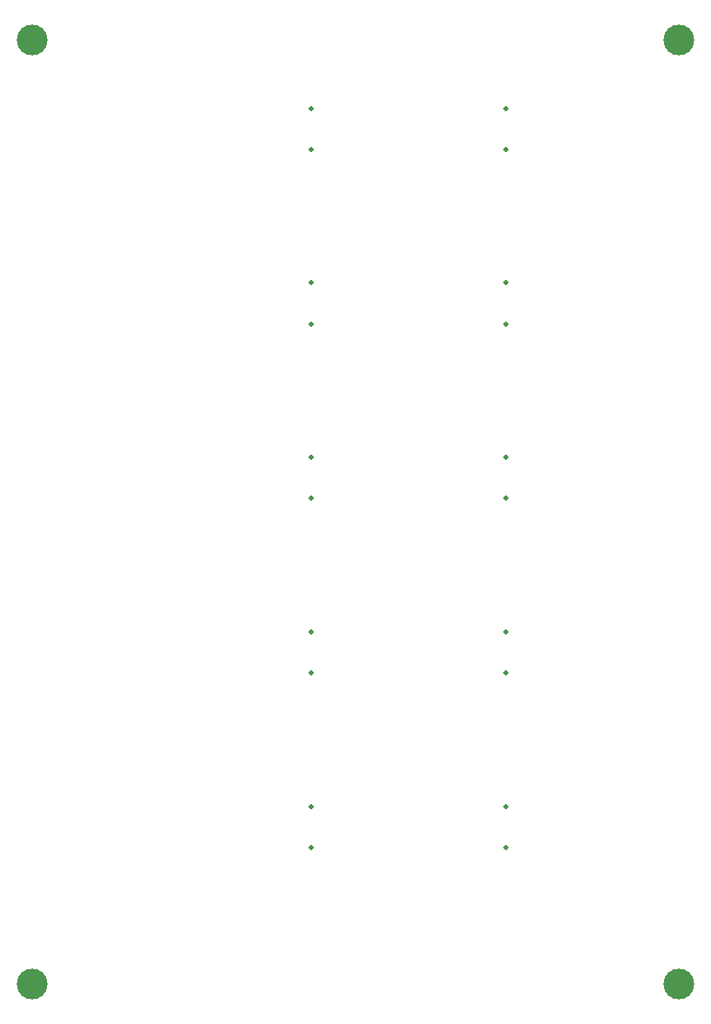
<source format=gbr>
%TF.GenerationSoftware,Altium Limited,Altium Designer,20.1.8 (145)*%
G04 Layer_Color=0*
%FSLAX45Y45*%
%MOMM*%
%TF.SameCoordinates,0E9F4796-1360-41E2-86C3-8BEED11D2ECA*%
%TF.FilePolarity,Positive*%
%TF.FileFunction,NonPlated,1,2,NPTH,Drill*%
%TF.Part,CustomerPanel*%
G01*
G75*
%TA.AperFunction,OtherDrill,Pad Free-1 (66mm,95mm)*%
%ADD51C,3.00000*%
%TA.AperFunction,OtherDrill,Pad Free-1 (3mm,95mm)*%
%ADD52C,3.00000*%
%TA.AperFunction,OtherDrill,Pad Free-1 (66mm,3mm)*%
%ADD53C,3.00000*%
%TA.AperFunction,OtherDrill,Pad Free-1 (3mm,3mm)*%
%ADD54C,3.00000*%
%TA.AperFunction,ComponentDrill*%
%ADD55C,0.50000*%
D51*
X6600000Y9500000D02*
D03*
D52*
X300000D02*
D03*
D53*
X6600000Y300000D02*
D03*
D54*
X300000D02*
D03*
D55*
X3013800Y1632000D02*
D03*
Y2032000D02*
D03*
X4913800Y1632000D02*
D03*
Y2032000D02*
D03*
X3013800Y3332000D02*
D03*
Y3732000D02*
D03*
X4913800Y3332000D02*
D03*
Y3732000D02*
D03*
X3013800Y5032000D02*
D03*
Y5432000D02*
D03*
X4913800Y5032000D02*
D03*
Y5432000D02*
D03*
X3013800Y6732000D02*
D03*
Y7132000D02*
D03*
X4913800Y6732000D02*
D03*
Y7132000D02*
D03*
X3013800Y8432000D02*
D03*
Y8832000D02*
D03*
X4913800Y8432000D02*
D03*
Y8832000D02*
D03*
%TF.MD5,2c92b8728ebb493e1083cb9d87547e7f*%
M02*

</source>
